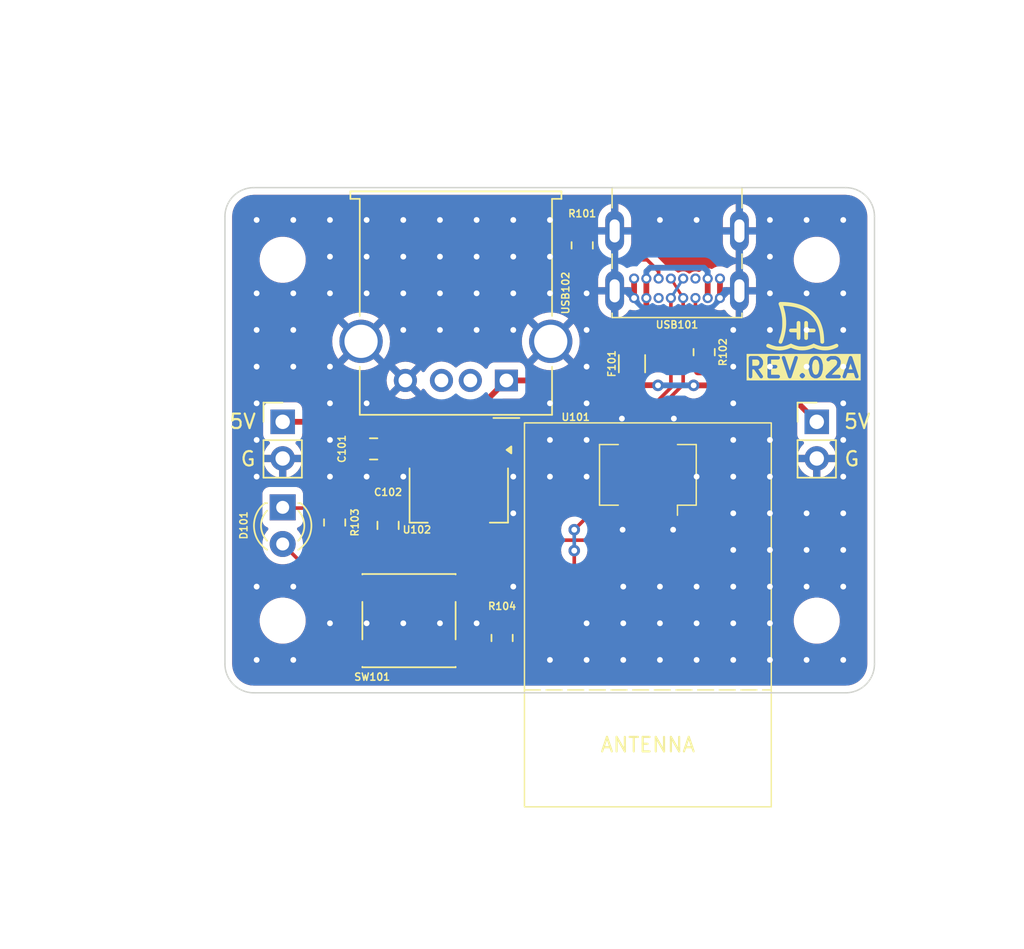
<source format=kicad_pcb>
(kicad_pcb (version 20240108) (generator "pcbnew") (generator_version "8.0")
  (title_block (title "Wiimote-USB-Adapter") (date "2024-11-23") (rev "02A") (company "Embedded Shark, LLC") (comment 1 "Ben Owen"))
  (layers (0 "F.Cu" signal) (31 "B.Cu" signal) (34 "B.Paste" user) (35 "F.Paste" user) (36 "B.SilkS" user "B.Silkscreen") (37 "F.SilkS" user "F.Silkscreen") (38 "B.Mask" user) (39 "F.Mask" user) (44 "Edge.Cuts" user))
  (net 0 "")
  (net 1 "GND")
  (net 2 "+3V3")
  (net 3 "VBUS")
  (net 4 "+5V")
  (net 5 "Net-(D101-K)")
  (net 6 "Net-(USB101-CC2)")
  (net 7 "Net-(USB101-CC1)")
  (net 8 "Net-(U101-SYNC)")
  (net 9 "Net-(U101-DATA1)")
  (net 10 "Net-(U101-DATA2)")
  (footprint "MountingHole:MountingHole_2.7mm_M2.5" (layer "F.Cu") (at 120.5 106)
    (property "Reference" "H103" (hide yes))
    (property "Value" "M2.5")
    (pad "" np_thru_hole circle (at 0 0) (size 2.7 2.7) (drill 2.7) (layers "*.Cu" "*.Mask"))
  )
  (footprint "Resistor_SMD:R_0805_2012Metric_Pad1.20x1.40mm_HandSolder" (layer "F.Cu") (at 141.25 80 -90)
    (property "Reference" "R101" (at -2.2 0 0) (layer "F.SilkS") (effects (font (size 0.5 0.5) (thickness 0.1))))
    (property "Value" "5.1k")
    (fp_line (start -0.227064 0.735) (end 0.227064 0.735) (stroke (width 0.12)) (layer "F.SilkS"))
    (fp_line (start -0.227064 -0.735) (end 0.227064 -0.735) (stroke (width 0.12)) (layer "F.SilkS"))
    (pad "1" smd roundrect (at -1 0 270) (size 1.2 1.4) (layers "F.Cu" "F.Paste" "F.Mask") (roundrect_rratio 0.208333) (net 1 "GND"))
    (pad "2" smd roundrect (at 1 0 270) (size 1.2 1.4) (layers "F.Cu" "F.Paste" "F.Mask") (roundrect_rratio 0.208333) (net 6 "Net-(USB101-CC2)"))
  )
  (footprint "MountingHole:MountingHole_2.7mm_M2.5" (layer "F.Cu") (at 157.5 81)
    (property "Reference" "H102" (hide yes))
    (property "Value" "M2.5")
    (pad "" np_thru_hole circle (at 0 0) (size 2.7 2.7) (drill 2.7) (layers "*.Cu" "*.Mask"))
  )
  (footprint "Resistor_SMD:R_0805_2012Metric_Pad1.20x1.40mm_HandSolder" (layer "F.Cu") (at 149.7 87.4 -90)
    (property "Reference" "R102" (at 0 -1.3 -90) (layer "F.SilkS") (effects (font (size 0.5 0.5) (thickness 0.1))))
    (property "Value" "5.1k")
    (fp_line (start -0.227064 0.735) (end 0.227064 0.735) (stroke (width 0.12)) (layer "F.SilkS"))
    (fp_line (start -0.227064 -0.735) (end 0.227064 -0.735) (stroke (width 0.12)) (layer "F.SilkS"))
    (pad "1" smd roundrect (at -1 0 270) (size 1.2 1.4) (layers "F.Cu" "F.Paste" "F.Mask") (roundrect_rratio 0.208333) (net 7 "Net-(USB101-CC1)"))
    (pad "2" smd roundrect (at 1 0 270) (size 1.2 1.4) (layers "F.Cu" "F.Paste" "F.Mask") (roundrect_rratio 0.208333) (net 1 "GND"))
  )
  (footprint "MountingHole:MountingHole_2.7mm_M2.5" (layer "F.Cu") (at 120.5 81)
    (property "Reference" "H101" (hide yes))
    (property "Value" "M2.5")
    (pad "" np_thru_hole circle (at 0 0) (size 2.7 2.7) (drill 2.7) (layers "*.Cu" "*.Mask"))
  )
  (footprint "Resistor_SMD:R_0805_2012Metric_Pad1.20x1.40mm_HandSolder" (layer "F.Cu") (at 124.1 99.2 -90)
    (property "Reference" "R103" (at 0 -1.4 90) (layer "F.SilkS") (effects (font (size 0.5 0.5) (thickness 0.1) (bold yes))))
    (property "Value" "220")
    (fp_line (start -0.227064 0.735) (end 0.227064 0.735) (stroke (width 0.12)) (layer "F.SilkS"))
    (fp_line (start -0.227064 -0.735) (end 0.227064 -0.735) (stroke (width 0.12)) (layer "F.SilkS"))
    (pad "1" smd roundrect (at -1 0 270) (size 1.2 1.4) (layers "F.Cu" "F.Paste" "F.Mask") (roundrect_rratio 0.208333) (net 5 "Net-(D101-K)"))
    (pad "2" smd roundrect (at 1 0 270) (size 1.2 1.4) (layers "F.Cu" "F.Paste" "F.Mask") (roundrect_rratio 0.208333) (net 1 "GND"))
  )
  (footprint "MountingHole:MountingHole_2.7mm_M2.5" (layer "F.Cu") (at 157.5 106)
    (property "Reference" "H104" (hide yes))
    (property "Value" "M2.5")
    (pad "" np_thru_hole circle (at 0 0) (size 2.7 2.7) (drill 2.7) (layers "*.Cu" "*.Mask"))
  )
  (footprint "Capacitor_SMD:C_0805_2012Metric_Pad1.18x1.45mm_HandSolder" (layer "F.Cu") (at 126.8 94.1 180)
    (property "Reference" "C101" (at 2.2 0 90) (layer "F.SilkS") (effects (font (size 0.5 0.5) (thickness 0.1))))
    (property "Value" "0.1uF")
    (fp_line (start -0.261252 0.735) (end 0.261252 0.735) (stroke (width 0.12)) (layer "F.SilkS"))
    (fp_line (start -0.261252 -0.735) (end 0.261252 -0.735) (stroke (width 0.12)) (layer "F.SilkS"))
    (pad "1" smd roundrect (at -1.0375 0 180) (size 1.175 1.45) (layers "F.Cu" "F.Paste" "F.Mask") (roundrect_rratio 0.212766) (net 4 "+5V"))
    (pad "2" smd roundrect (at 1.0375 0 180) (size 1.175 1.45) (layers "F.Cu" "F.Paste" "F.Mask") (roundrect_rratio 0.212766) (net 1 "GND"))
  )
  (footprint "Package_TO_SOT_SMD:SOT-223-3_TabPin2" (layer "F.Cu") (at 132.7 97.3 -90)
    (property "Reference" "U102" (at 2.4 2.9 0) (layer "F.SilkS") (effects (font (size 0.5 0.5) (thickness 0.1))))
    (property "Value" "LM1117-3.3")
    (fp_line (start -1.85 3.41) (end 1.91 3.41) (stroke (width 0.12)) (layer "F.SilkS"))
    (fp_line (start 1.91 3.41) (end 1.91 2.15) (stroke (width 0.12)) (layer "F.SilkS"))
    (fp_line (start -1.85 -3.41) (end 1.91 -3.41) (stroke (width 0.12)) (layer "F.SilkS"))
    (fp_line (start 1.91 -3.41) (end 1.91 -2.15) (stroke (width 0.12)) (layer "F.SilkS"))
    (fp_poly (pts (xy -3.13 -3.31) (xy -3.37 -3.64) (xy -2.89 -3.64) (xy -3.13 -3.31)) (stroke (width 0.12)) (fill solid) (layer "F.SilkS"))
    (pad "1" smd roundrect (at -3.15 -2.3 270) (size 2 1.5) (layers "F.Cu" "F.Paste" "F.Mask") (net 1 "GND"))
    (pad "2" smd roundrect (at -3.15 0 270) (size 2 1.5) (layers "F.Cu" "F.Paste" "F.Mask") (net 2 "+3V3"))
    (pad "2" smd roundrect (at 3.15 0 270) (size 2 3.8) (layers "F.Cu" "F.Paste" "F.Mask") (net 2 "+3V3"))
    (pad "3" smd roundrect (at -3.15 2.3 270) (size 2 1.5) (layers "F.Cu" "F.Paste" "F.Mask") (net 4 "+5V"))
  )
  (footprint "Capacitor_SMD:C_0805_2012Metric_Pad1.18x1.45mm_HandSolder" (layer "F.Cu") (at 127.8 99.4 90)
    (property "Reference" "C102" (at 2.3 0 0) (layer "F.SilkS") (effects (font (size 0.5 0.5) (thickness 0.1))))
    (property "Value" "0.1uF")
    (fp_line (start -0.261252 -0.735) (end 0.261252 -0.735) (stroke (width 0.12)) (layer "F.SilkS"))
    (fp_line (start -0.261252 0.735) (end 0.261252 0.735) (stroke (width 0.12)) (layer "F.SilkS"))
    (pad "1" smd roundrect (at -1.0375 0 90) (size 1.175 1.45) (layers "F.Cu" "F.Paste" "F.Mask") (roundrect_rratio 0.212766) (net 2 "+3V3"))
    (pad "2" smd roundrect (at 1.0375 0 90) (size 1.175 1.45) (layers "F.Cu" "F.Paste" "F.Mask") (roundrect_rratio 0.212766) (net 1 "GND"))
  )
  (footprint "Connector_PinHeader_2.54mm:PinHeader_1x02_P2.54mm_Vertical" (layer "F.Cu") (at 157.5 92.225)
    (property "Reference" "J102" (hide yes))
    (property "Value" "LED_Right")
    (fp_line (start -1.33 -1.33) (end 0 -1.33) (stroke (width 0.12)) (layer "F.SilkS"))
    (fp_line (start -1.33 0) (end -1.33 -1.33) (stroke (width 0.12)) (layer "F.SilkS"))
    (fp_line (start -1.33 1.27) (end -1.33 3.87) (stroke (width 0.12)) (layer "F.SilkS"))
    (fp_line (start -1.33 1.27) (end 1.33 1.27) (stroke (width 0.12)) (layer "F.SilkS"))
    (fp_line (start -1.33 3.87) (end 1.33 3.87) (stroke (width 0.12)) (layer "F.SilkS"))
    (fp_line (start 1.33 1.27) (end 1.33 3.87) (stroke (width 0.12)) (layer "F.SilkS"))
    (pad "1" thru_hole rect (at 0 0) (size 1.7 1.7) (drill 1) (layers "*.Cu" "*.Mask") (net 4 "+5V"))
    (pad "2" thru_hole oval (at 0 2.54) (size 1.7 1.7) (drill 1) (layers "*.Cu" "*.Mask") (net 1 "GND"))
  )
  (footprint "Connector_USB:USB_A_Molex_67643_Horizontal" (layer "F.Cu") (at 136 89.36 180)
    (property "Reference" "USB102" (at -4.1 6.06 90) (layer "F.SilkS") (effects (font (size 0.5 0.5) (thickness 0.1))))
    (property "Value" "USB_A")
    (fp_line (start 10.81 13.1) (end 10.81 12.58) (stroke (width 0.12)) (layer "F.SilkS"))
    (fp_line (start 10.81 12.58) (end 10.16 12.58) (stroke (width 0.12)) (layer "F.SilkS"))
    (fp_line (start 10.16 4.47) (end 10.16 12.58) (stroke (width 0.12)) (layer "F.SilkS"))
    (fp_line (start 10.16 -2.38) (end 10.16 0.95) (stroke (width 0.12)) (layer "F.SilkS"))
    (fp_line (start -0.9 -2.6) (end 0.9 -2.6) (stroke (width 0.12)) (layer "F.SilkS"))
    (fp_line (start -3.16 12.58) (end -3.16 4.47) (stroke (width 0.12)) (layer "F.SilkS"))
    (fp_line (start -3.16 12.58) (end -3.81 12.58) (stroke (width 0.12)) (layer "F.SilkS"))
    (fp_line (start -3.16 -2.38) (end 10.16 -2.38) (stroke (width 0.12)) (layer "F.SilkS"))
    (fp_line (start -3.16 -2.38) (end -3.16 0.95) (stroke (width 0.12)) (layer "F.SilkS"))
    (fp_line (start -3.81 13.1) (end 10.81 13.1) (stroke (width 0.12)) (layer "F.SilkS"))
    (fp_line (start -3.81 12.58) (end -3.81 13.1) (stroke (width 0.12)) (layer "F.SilkS"))
    (pad "1" thru_hole rect (at 0 0 180) (size 1.6 1.5) (drill 0.95) (layers "*.Cu" "*.Mask") (net 4 "+5V"))
    (pad "2" thru_hole circle (at 2.5 0 180) (size 1.6 1.6) (drill 0.95) (layers "*.Cu" "*.Mask"))
    (pad "3" thru_hole circle (at 4.5 0 180) (size 1.6 1.6) (drill 0.95) (layers "*.Cu" "*.Mask"))
    (pad "4" thru_hole circle (at 7 0 180) (size 1.6 1.6) (drill 0.95) (layers "*.Cu" "*.Mask") (net 1 "GND"))
    (pad "5" thru_hole circle (at -3.07 2.71 180) (size 3 3) (drill 2.3) (layers "*.Cu" "*.Mask") (net 1 "GND"))
    (pad "5" thru_hole circle (at 10.07 2.71 180) (size 3 3) (drill 2.3) (layers "*.Cu" "*.Mask") (net 1 "GND"))
  )
  (footprint "Fuse:Fuse_1206_3216Metric_Pad1.42x1.75mm_HandSolder" (layer "F.Cu") (at 144.7 88.2 -90)
    (property "Reference" "F101" (at 0 1.4 -90) (layer "F.SilkS") (effects (font (size 0.5 0.5) (thickness 0.1) (bold yes))))
    (property "Value" "500mA")
    (fp_line (start -0.602064 0.91) (end 0.602064 0.91) (stroke (width 0.12)) (layer "F.SilkS"))
    (fp_line (start -0.602064 -0.91) (end 0.602064 -0.91) (stroke (width 0.12)) (layer "F.SilkS"))
    (pad "1" smd roundrect (at -1.4875 0 270) (size 1.425 1.75) (layers "F.Cu" "F.Paste" "F.Mask") (roundrect_rratio 0.175439) (net 3 "VBUS"))
    (pad "2" smd roundrect (at 1.4875 0 270) (size 1.425 1.75) (layers "F.Cu" "F.Paste" "F.Mask") (roundrect_rratio 0.175439) (net 4 "+5V"))
  )
  (footprint "Logos:Embedded-Shark-Logo-Inverted-5mm" (layer "F.Cu") (at 156.5 85.5)
    (property "Reference" "G***" (hide yes))
    (property "Value" "LOGO" (hide yes))
    (fp_poly (pts (xy 0.305996 -0.254212) (xy 0.338901 -0.239257) (xy 0.355254 -0.226589) (xy 0.368078 -0.213156) (xy 0.377799 -0.196744) (xy 0.384843 -0.175135) (xy 0.389634 -0.146115) (xy 0.3926 -0.107468) (xy 0.394165 -0.056977) (xy 0.394755 0.007572) (xy 0.394818 0.051775) (xy 0.394818 0.263212) (xy 0.606256 0.263212) (xy 0.679864 0.263436) (xy 0.738143 0.26439) (xy 0.783309 0.2665) (xy 0.817577 0.270193) (xy 0.843164 0.275893) (xy 0.862284 0.284027) (xy 0.877154 0.29502) (xy 0.88999 0.309298) (xy 0.897288 0.31913) (xy 0.910743 0.345095) (xy 0.916371 0.377406) (xy 0.916856 0.394819) (xy 0.913976 0.432036) (xy 0.904073 0.459798) (xy 0.897288 0.470507) (xy 0.88462 0.486861) (xy 0.871187 0.499685) (xy 0.854774 0.509406) (xy 0.833166 0.516449) (xy 0.804146 0.521241) (xy 0.765498 0.524206) (xy 0.715008 0.525771) (xy 0.650459 0.526361) (xy 0.606256 0.526425) (xy 0.394818 0.526425) (xy 0.394818 0.737862) (xy 0.39459 0.811517) (xy 0.393628 0.869836) (xy 0.391515 0.915026) (xy 0.387833 0.949298) (xy 0.382164 0.974858) (xy 0.374093 0.993917) (xy 0.3632 1.008681) (xy 0.34907 1.021359) (xy 0.339973 1.028097) (xy 0.304195 1.044446) (xy 0.261952 1.050428) (xy 0.221018 1.045435) (xy 0.20371 1.038755) (xy 0.178313 1.020934) (xy 0.156275 0.997911) (xy 0.155455 0.996783) (xy 0.135993 0.969499) (xy 0.133611 0.405315) (xy 0.133108 0.28782) (xy 0.132735 0.186576) (xy 0.132601 0.100288) (xy 0.132814 0.02766) (xy 0.133483 -0.032605) (xy 0.134715 -0.081802) (xy 0.13662 -0.121227) (xy 0.139305 -0.152177) (xy 0.14288 -0.175947) (xy 0.147452 -0.193833) (xy 0.15313 -0.207131) (xy 0.160022 -0.217137) (xy 0.168237 -0.225148) (xy 0.177882 -0.232458) (xy 0.187523 -0.239257) (xy 0.222452 -0.254752) (xy 0.264315 -0.259737)) (fill solid) (layer "F.SilkS"))
    (fp_poly (pts (xy -0.220429 -0.254212) (xy -0.187524 -0.239257) (xy -0.176566 -0.231496) (xy -0.167141 -0.224119) (xy -0.159133 -0.21582) (xy -0.152427 -0.20529) (xy -0.146908 -0.191221) (xy -0.14246 -0.172305) (xy -0.138968 -0.147234) (xy -0.136317 -0.1147) (xy -0.134391 -0.073395) (xy -0.133074 -0.022011) (xy -0.132253 0.040761) (xy -0.13181 0.116228) (xy -0.131631 0.205698) (xy -0.131601 0.310479) (xy -0.131607 0.394819) (xy -0.131603 0.511263) (xy -0.131669 0.611466) (xy -0.131916 0.696736) (xy -0.132458 0.768379) (xy -0.133409 0.827702) (xy -0.134881 0.876011) (xy -0.136987 0.914615) (xy -0.139842 0.944819) (xy -0.143557 0.967931) (xy -0.148246 0.985258) (xy -0.154023 0.998105) (xy -0.161001 1.007781) (xy -0.169292 1.015592) (xy -0.17901 1.022845) (xy -0.186452 1.028097) (xy -0.22223 1.044446) (xy -0.264473 1.050428) (xy -0.305407 1.045435) (xy -0.322715 1.038755) (xy -0.348112 1.020934) (xy -0.37015 0.997911) (xy -0.37097 0.996783) (xy -0.376966 0.987664) (xy -0.381623 0.977667) (xy -0.385143 0.964516) (xy -0.387729 0.945933) (xy -0.389581 0.919643) (xy -0.390903 0.883369) (xy -0.391896 0.834834) (xy -0.392762 0.771763) (xy -0.393048 0.747962) (xy -0.395663 0.526425) (xy -0.606678 0.526425) (xy -0.680223 0.5262) (xy -0.738442 0.525242) (xy -0.783551 0.523123) (xy -0.817771 0.519417) (xy -0.843319 0.513697) (xy -0.862413 0.505535) (xy -0.877271 0.494506) (xy -0.890113 0.480182) (xy -0.897289 0.470507) (xy -0.912783 0.435579) (xy -0.917768 0.393715) (xy -0.912243 0.352035) (xy -0.897289 0.31913) (xy -0.88462 0.302777) (xy -0.871188 0.289952) (xy -0.854775 0.280231) (xy -0.833167 0.273188) (xy -0.804146 0.268396) (xy -0.765499 0.265431) (xy -0.715009 0.263866) (xy -0.650459 0.263276) (xy -0.606256 0.263212) (xy -0.394819 0.263212) (xy -0.394819 0.051775) (xy -0.394596 -0.021833) (xy -0.393642 -0.080113) (xy -0.391531 -0.125278) (xy -0.387839 -0.159547) (xy -0.382138 -0.185133) (xy -0.374004 -0.204254) (xy -0.363011 -0.219124) (xy -0.348733 -0.231959) (xy -0.338901 -0.239257) (xy -0.303973 -0.254752) (xy -0.262109 -0.259737)) (fill solid) (layer "F.SilkS"))
    (fp_poly (pts (xy 0.890441 1.34765) (xy 1.000433 1.395077) (xy 1.118361 1.437299) (xy 1.235947 1.471485) (xy 1.289741 1.484188) (xy 1.322916 1.490928) (xy 1.353847 1.495978) (xy 1.38594 1.499575) (xy 1.4226 1.501951) (xy 1.467235 1.503342) (xy 1.52325 1.503981) (xy 1.579274 1.504109) (xy 1.646962 1.503907) (xy 1.700493 1.503146) (xy 1.743259 1.501593) (xy 1.778646 1.499015) (xy 1.810045 1.495178) (xy 1.840844 1.48985) (xy 1.867752 1.484264) (xy 2.006202 1.448518) (xy 2.142374 1.401601) (xy 2.234606 1.363298) (xy 2.287545 1.340839) (xy 2.328317 1.326175) (xy 2.360183 1.318746) (xy 2.386409 1.317992) (xy 2.410257 1.323355) (xy 2.426981 1.330304) (xy 2.463133 1.356065) (xy 2.48687 1.390792) (xy 2.498006 1.430866) (xy 2.496354 1.472667) (xy 2.481728 1.512577) (xy 2.453941 1.546977) (xy 2.438755 1.558611) (xy 2.409551 1.575211) (xy 2.367336 1.595587) (xy 2.315828 1.618208) (xy 2.258743 1.641546) (xy 2.199795 1.664068) (xy 2.142703 1.684246) (xy 2.101481 1.697485) (xy 1.928179 1.741051) (xy 1.753739 1.767215) (xy 1.578919 1.77602) (xy 1.404473 1.767509) (xy 1.231156 1.741724) (xy 1.059724 1.698709) (xy 0.890933 1.638507) (xy 0.863681 1.62705) (xy 0.791918 1.596228) (xy 0.69646 1.635298) (xy 0.524901 1.696449) (xy 0.351754 1.740297) (xy 0.177668 1.766846) (xy 0.003292 1.776099) (xy -0.170725 1.768061) (xy -0.343734 1.742735) (xy -0.515087 1.700125) (xy -0.684135 1.640234) (xy -0.715594 1.62705) (xy -0.787356 1.596228) (xy -0.882815 1.635298) (xy -1.049565 1.695202) (xy -1.217356 1.738475) (xy -1.38943 1.765897) (xy -1.451993 1.771953) (xy -1.504856 1.77604) (xy -1.546824 1.778526) (xy -1.583363 1.779395) (xy -1.619938 1.778631) (xy -1.662017 1.776221) (xy -1.715066 1.772149) (xy -1.72675 1.771193) (xy -1.859296 1.754151) (xy -1.998297 1.724869) (xy -2.138999 1.684605) (xy -2.276647 1.63462) (xy -2.333906 1.610366) (xy -2.385475 1.58674) (xy -2.423295 1.567246) (xy -2.450102 1.550005) (xy -2.468632 1.533136) (xy -2.481621 1.514761) (xy -2.486276 1.505738) (xy -2.499094 1.460645) (xy -2.496293 1.416838) (xy -2.479608 1.377463) (xy -2.450777 1.345668) (xy -2.411533 1.3246) (xy -2.382924 1.318326) (xy -2.364845 1.317679) (xy -2.344994 1.320559) (xy -2.319935 1.328003) (xy -2.286233 1.341043) (xy -2.240454 1.360716) (xy -2.236765 1.362343) (xy -2.103653 1.416121) (xy -1.97387 1.457915) (xy -1.867752 1.484264) (xy -1.834947 1.490976) (xy -1.804294 1.496006) (xy -1.772404 1.499588) (xy -1.735888 1.501956) (xy -1.691358 1.503342) (xy -1.635425 1.50398) (xy -1.579275 1.504109) (xy -1.511551 1.503906) (xy -1.457965 1.503142) (xy -1.415111 1.501582) (xy -1.379583 1.498991) (xy -1.347974 1.495136) (xy -1.316878 1.489782) (xy -1.289741 1.484188) (xy -1.175254 1.454856) (xy -1.056457 1.416131) (xy -0.94163 1.370845) (xy -0.890442 1.34765) (xy -0.789638 1.299734) (xy -0.688833 1.34765) (xy -0.578842 1.395077) (xy -0.460913 1.437299) (xy -0.343328 1.471485) (xy -0.289534 1.484188) (xy -0.256358 1.490928) (xy -0.225427 1.495978) (xy -0.193335 1.499575) (xy -0.156674 1.501951) (xy -0.11204 1.503342) (xy -0.056024 1.503981) (xy 0 1.504109) (xy 0.067724 1.503906) (xy 0.12131 1.503142) (xy 0.164164 1.501582) (xy 0.199692 1.498991) (xy 0.231301 1.495136) (xy 0.262397 1.489782) (xy 0.289533 1.484188) (xy 0.40402 1.454856) (xy 0.522817 1.416131) (xy 0.637645 1.370845) (xy 0.688833 1.34765) (xy 0.789637 1.299734)) (fill solid) (layer "F.SilkS"))
    (fp_poly (pts (xy -1.207644 -1.573689) (xy -0.993924 -1.558088) (xy -0.782807 -1.532775) (xy -0.576776 -1.498188) (xy -0.378313 -1.454768) (xy -0.189899 -1.402953) (xy -0.014017 -1.343183) (xy 0.047403 -1.319134) (xy 0.235302 -1.233971) (xy 0.410683 -1.136568) (xy 0.573457 -1.027067) (xy 0.723535 -0.905611) (xy 0.860832 -0.772345) (xy 0.985258 -0.627412) (xy 1.096725 -0.470954) (xy 1.195147 -0.303116) (xy 1.280435 -0.124041) (xy 1.352501 0.066128) (xy 1.411258 0.267247) (xy 1.456618 0.479172) (xy 1.488493 0.701762) (xy 1.506795 0.934871) (xy 1.511112 1.07184) (xy 1.511842 1.127898) (xy 1.511903 1.169237) (xy 1.511046 1.198683) (xy 1.509018 1.219057) (xy 1.505569 1.233185) (xy 1.500448 1.243891) (xy 1.495117 1.251701) (xy 1.458608 1.288902) (xy 1.417461 1.310115) (xy 1.37422 1.315334) (xy 1.331431 1.304554) (xy 1.29164 1.277769) (xy 1.268909 1.252205) (xy 1.262744 1.242513) (xy 1.257982 1.230552) (xy 1.254329 1.213789) (xy 1.251486 1.189689) (xy 1.249158 1.15572) (xy 1.247048 1.109348) (xy 1.24486 1.048039) (xy 1.244793 1.046022) (xy 1.232763 0.833935) (xy 1.211081 0.635314) (xy 1.179444 0.448773) (xy 1.137545 0.272929) (xy 1.085081 0.106396) (xy 1.021747 -0.052211) (xy 0.986768 -0.127219) (xy 0.91117 -0.268332) (xy 0.82792 -0.396758) (xy 0.733941 -0.516751) (xy 0.626155 -0.632567) (xy 0.608533 -0.649913) (xy 0.479195 -0.764706) (xy 0.338344 -0.868237) (xy 0.185568 -0.960686) (xy 0.020458 -1.042231) (xy -0.157395 -1.113053) (xy -0.348402 -1.173332) (xy -0.552972 -1.223247) (xy -0.771514 -1.262978) (xy -0.798411 -1.267027) (xy -0.858301 -1.275182) (xy -0.922446 -1.282741) (xy -0.988558 -1.289554) (xy -1.054347 -1.295466) (xy -1.117526 -1.300326) (xy -1.175805 -1.303981) (xy -1.226895 -1.306277) (xy -1.268508 -1.307064) (xy -1.298355 -1.306188) (xy -1.314147 -1.303496) (xy -1.316063 -1.301542) (xy -1.31351 -1.291389) (xy -1.306572 -1.268089) (xy -1.296325 -1.235172) (xy -1.284586 -1.198451) (xy -1.266255 -1.137986) (xy -1.24629 -1.065759) (xy -1.225986 -0.987024) (xy -1.20664 -0.907037) (xy -1.189546 -0.831052) (xy -1.175999 -0.764323) (xy -1.171707 -0.74049) (xy -1.137956 -0.498796) (xy -1.120475 -0.261857) (xy -1.119331 -0.027692) (xy -1.134588 0.205675) (xy -1.166312 0.440225) (xy -1.21457 0.677935) (xy -1.21958 0.698946) (xy -1.238177 0.7721) (xy -1.259129 0.847793) (xy -1.281666 0.923768) (xy -1.305015 0.99777) (xy -1.328403 1.067542) (xy -1.351058 1.130826) (xy -1.372208 1.185367) (xy -1.39108 1.228908) (xy -1.406903 1.259193) (xy -1.41531 1.270834) (xy -1.452337 1.299604) (xy -1.494349 1.314251) (xy -1.537382 1.314068) (xy -1.575666 1.299471) (xy -1.613503 1.270018) (xy -1.636079 1.236056) (xy -1.643917 1.195685) (xy -1.637538 1.147008) (xy -1.62699 1.112706) (xy -1.57585 0.965696) (xy -1.532424 0.830843) (xy -1.49591 0.704962) (xy -1.465502 0.584871) (xy -1.440397 0.467383) (xy -1.419789 0.349317) (xy -1.402875 0.227486) (xy -1.402415 0.223731) (xy -1.398332 0.178543) (xy -1.395109 0.119166) (xy -1.392745 0.048937) (xy -1.39124 -0.028806) (xy -1.390594 -0.110727) (xy -1.390807 -0.193487) (xy -1.39188 -0.27375) (xy -1.393812 -0.348178) (xy -1.396603 -0.413434) (xy -1.400253 -0.466181) (xy -1.402415 -0.486943) (xy -1.441235 -0.732835) (xy -1.497358 -0.976462) (xy -1.570606 -1.217098) (xy -1.602518 -1.306592) (xy -1.618892 -1.351923) (xy -1.632779 -1.392662) (xy -1.643089 -1.42543) (xy -1.648733 -1.446848) (xy -1.649465 -1.452173) (xy -1.642989 -1.481144) (xy -1.626338 -1.513654) (xy -1.603679 -1.543131) (xy -1.579193 -1.562996) (xy -1.564307 -1.569607) (xy -1.546294 -1.574184) (xy -1.521821 -1.57707) (xy -1.487554 -1.578604) (xy -1.440159 -1.579129) (xy -1.421484 -1.579139)) (fill solid) (layer "F.SilkS"))
  )
  (footprint "Button_Switch_SMD:SW_SPST_PTS645" (layer "F.Cu") (at 129.25 106)
    (property "Reference" "SW101" (at -2.55 3.9 0) (layer "F.SilkS") (effects (font (size 0.5 0.5) (thickness 0.1))))
    (property "Value" "SYNC")
    (fp_line (start -3.23 -3.23) (end 3.23 -3.23) (stroke (width 0.12)) (layer "F.SilkS"))
    (fp_line (start -3.23 -3.2) (end -3.23 -3.23) (stroke (width 0.12)) (layer "F.SilkS"))
    (fp_line (start -3.23 -1.3) (end -3.23 1.3) (stroke (width 0.12)) (layer "F.SilkS"))
    (fp_line (start -3.23 3.23) (end -3.23 3.2) (stroke (width 0.12)) (layer "F.SilkS"))
    (fp_line (start -3.23 3.23) (end 3.23 3.23) (stroke (width 0.12)) (layer "F.SilkS"))
    (fp_line (start 3.23 -3.23) (end 3.23 -3.2) (stroke (width 0.12)) (layer "F.SilkS"))
    (fp_line (start 3.23 -1.3) (end 3.23 1.3) (stroke (width 0.12)) (layer "F.SilkS"))
    (fp_line (start 3.23 3.23) (end 3.23 3.2) (stroke (width 0.12)) (layer "F.SilkS"))
    (pad "1" smd rect (at -3.98 -2.25) (size 1.55 1.3) (layers "F.Cu" "F.Paste" "F.Mask") (net 2 "+3V3"))
    (pad "1" smd rect (at 3.98 -2.25) (size 1.55 1.3) (layers "F.Cu" "F.Paste" "F.Mask") (net 2 "+3V3"))
    (pad "2" smd rect (at -3.98 2.25) (size 1.55 1.3) (layers "F.Cu" "F.Paste" "F.Mask") (net 8 "Net-(U101-SYNC)"))
    (pad "2" smd rect (at 3.98 2.25) (size 1.55 1.3) (layers "F.Cu" "F.Paste" "F.Mask") (net 8 "Net-(U101-SYNC)"))
  )
  (footprint "Resistor_SMD:R_0805_2012Metric_Pad1.20x1.40mm_HandSolder" (layer "F.Cu") (at 135.7 107.2 90)
    (property "Reference" "R104" (at 2.2 0 0) (layer "F.SilkS") (effects (font (size 0.5 0.5) (thickness 0.1))))
    (property "Value" "10k")
    (fp_line (start -0.227064 -0.735) (end 0.227064 -0.735) (stroke (width 0.12)) (layer "F.SilkS"))
    (fp_line (start -0.227064 0.735) (end 0.227064 0.735) (stroke (width 0.12)) (layer "F.SilkS"))
    (pad "1" smd roundrect (at -1 0 90) (size 1.2 1.4) (layers "F.Cu" "F.Paste" "F.Mask") (roundrect_rratio 0.208333) (net 8 "Net-(U101-SYNC)"))
    (pad "2" smd roundrect (at 1 0 90) (size 1.2 1.4) (layers "F.Cu" "F.Paste" "F.Mask") (roundrect_rratio 0.208333) (net 1 "GND"))
  )
  (footprint "Connector_PinHeader_2.54mm:PinHeader_1x02_P2.54mm_Vertical" (layer "F.Cu") (at 120.5 92.225)
    (property "Reference" "J101" (hide yes))
    (property "Value" "LED_Left")
    (fp_line (start -1.33 -1.33) (end 0 -1.33) (stroke (width 0.12)) (layer "F.SilkS"))
    (fp_line (start -1.33 0) (end -1.33 -1.33) (stroke (width 0.12)) (layer "F.SilkS"))
    (fp_line (start -1.33 1.27) (end -1.33 3.87) (stroke (width 0.12)) (layer "F.SilkS"))
    (fp_line (start -1.33 1.27) (end 1.33 1.27) (stroke (width 0.12)) (layer "F.SilkS"))
    (fp_line (start -1.33 3.87) (end 1.33 3.87) (stroke (width 0.12)) (layer "F.SilkS"))
    (fp_line (start 1.33 1.27) (end 1.33 3.87) (stroke (width 0.12)) (layer "F.SilkS"))
    (pad "1" thru_hole rect (at 0 0) (size 1.7 1.7) (drill 1) (layers "*.Cu" "*.Mask") (net 4 "+5V"))
    (pad "2" thru_hole oval (at 0 2.54) (size 1.7 1.7) (drill 1) (layers "*.Cu" "*.Mask") (net 1 "GND"))
  )
  (footprint "LED_THT:LED_D3.0mm" (layer "F.Cu") (at 120.5 98.15 -90)
    (property "Reference" "D101" (at 1.25 2.7 90) (layer "F.SilkS") (effects (font (size 0.5 0.5) (thickness 0.1) (bold yes))))
    (property "Value" "PWR_GOOD")
    (fp_line (start -0.29 1.08) (end -0.29 1.236) (stroke (width 0.12)) (layer "F.SilkS"))
    (fp_line (start -0.29 -1.236) (end -0.29 -1.08) (stroke (width 0.12)) (layer "F.SilkS"))
    (fp_arc (start 2.31113 1.079837) (mid 1.270117 1.5) (end 0.229039 1.08) (stroke (width 0.12)) (layer "F.SilkS"))
    (fp_arc (start 2.942335 1.078608) (mid 1.366487 1.987659) (end -0.29 1.235516) (stroke (width 0.12)) (layer "F.SilkS"))
    (fp_arc (start 0.229039 -1.08) (mid 1.270117 -1.5) (end 2.31113 -1.079837) (stroke (width 0.12)) (layer "F.SilkS"))
    (fp_arc (start -0.29 -1.235516) (mid 1.366487 -1.987659) (end 2.942335 -1.078608) (stroke (width 0.12)) (layer "F.SilkS"))
    (pad "1" thru_hole rect (at 0 0 270) (size 1.8 1.8) (drill 0.9) (layers "*.Cu" "*.Mask") (net 5 "Net-(D101-K)"))
    (pad "2" thru_hole circle (at 2.54 0 270) (size 1.8 1.8) (drill 0.9) (layers "*.Cu" "*.Mask") (net 2 "+3V3"))
  )
  (footprint "Foxconn:J27H002" (layer "F.Cu") (at 144.05 93.6)
    (property "Reference" "U101" (at -3.25 -1.7 0) (layer "F.SilkS") (effects (font (size 0.5 0.5) (thickness 0.1))))
    (property "Value" "J27H002")
    (fp_line (start -6.8 17.2) (end 10.3 17.2) (stroke (width 0.1) (type dash)) (layer "F.SilkS"))
    (fp_line (start -1.6 0.2) (end -1.6 4.4) (stroke (width 0.1)) (layer "F.SilkS"))
    (fp_line (start -1.6 4.4) (end -0.3 4.4) (stroke (width 0.1)) (layer "F.SilkS"))
    (fp_line (start -0.3 0.2) (end -1.6 0.2) (stroke (width 0.1)) (layer "F.SilkS"))
    (fp_line (start 3.8 4.4) (end 3.8 5.1) (stroke (width 0.1)) (layer "F.SilkS"))
    (fp_line (start 3.8 4.4) (end 5.1 4.4) (stroke (width 0.1)) (layer "F.SilkS"))
    (fp_line (start 5.1 0.2) (end 3.8 0.2) (stroke (width 0.1)) (layer "F.SilkS"))
    (fp_line (start 5.1 4.4) (end 5.1 0.2) (stroke (width 0.1)) (layer "F.SilkS"))
    (fp_rect (start -6.8 -1.3) (end 10.3 25.3) (stroke (width 0.1)) (fill none) (layer "F.SilkS"))
    (fp_text user "ANTENNA" (at 1.75 21 0) (layer "F.SilkS"))
    (pad "1" smd rect (at 3.5 4.6) (size 0.3 1.2) (layers "F.Cu" "F.Paste" "F.Mask") (net 1 "GND"))
    (pad "2" smd rect (at 3 4.6) (size 0.3 1.2) (layers "F.Cu" "F.Paste" "F.Mask"))
    (pad "3" smd rect (at 2.5 4.6) (size 0.3 1.2) (layers "F.Cu" "F.Paste" "F.Mask"))
    (pad "4" smd rect (at 2 4.6) (size 0.3 1.2) (layers "F.Cu" "F.Paste" "F.Mask"))
    (pad "5" smd rect (at 1.5 4.6) (size 0.3 1.2) (layers "F.Cu" "F.Paste" "F.Mask"))
    (pad "6" smd rect (at 1 4.6) (size 0.3 1.2) (layers "F.Cu" "F.Paste" "F.Mask") (net 2 "+3V3"))
    (pad "7" smd rect (at 0.5 4.6) (size 0.3 1.2) (layers "F.Cu" "F.Paste" "F.Mask") (net 2 "+3V3"))
    (pad "8" smd rect (at 0 4.6) (size 0.3 1.2) (layers "F.Cu" "F.Paste" "F.Mask") (net 1 "GND"))
    (pad "9" smd rect (at 0 0) (size 0.3 1.2) (layers "F.Cu" "F.Paste" "F.Mask") (net 1 "GND"))
    (pad "10" smd rect (at 0.5 0) (size 0.3 1.2) (layers "F.Cu" "F.Paste" "F.Mask") (net 9 "Net-(U101-DATA1)"))
    (pad "11" smd rect (at 1 0) (size 0.3 1.2) (layers "F.Cu" "F.Paste" "F.Mask") (net 10 "Net-(U101-DATA2)"))
    (pad "12" smd rect (at 1.5 0) (size 0.3 1.2) (layers "F.Cu" "F.Paste" "F.Mask") (net 8 "Net-(U101-SYNC)"))
    (pad "13" smd rect (at 2 0) (size 0.3 1.2) (layers "F.Cu" "F.Paste" "F.Mask") (net 2 "+3V3"))
    (pad "14" smd rect (at 2.5 0) (size 0.3 1.2) (layers "F.Cu" "F.Paste" "F.Mask"))
    (pad "15" smd rect (at 3 0) (size 0.3 1.2) (layers "F.Cu" "F.Paste" "F.Mask"))
    (pad "16" smd rect (at 3.5 0) (size 0.3 1.2) (layers "F.Cu" "F.Paste" "F.Mask") (net 1 "GND"))
    (zone (net 0) (net_name "") (layers "*.Cu") (name "Antenna") (connect_pads (clearance 0)) (min_thickness 0.25)
      (keepout (tracks not_allowed) (vias not_allowed) (pads not_allowed) (copperpour not_allowed) (footprints not_allowed))
      (fill (thermal_gap 0.5) (thermal_bridge_width 0.5))
      (polygon (pts (xy 137.25 110.8) (xy 154.35 110.8) (xy 154.35 118.9) (xy 137.25 118.9)))
    )
  )
  (footprint "Amphenol:GSB1C211110DS1HR" (layer "F.Cu") (at 147.82 79 180)
    (property "Reference" "USB101" (at 0 -6.5 0) (layer "F.SilkS") (effects (font (size 0.5 0.5) (thickness 0.1) (bold yes))))
    (property "Value" "USB_C_Receptacle_USB2.0")
    (fp_line (start 4.5 3) (end 4.5 1.6) (stroke (width 0.1)) (layer "F.SilkS"))
    (fp_line (start 4.5 -2.6) (end 4.5 -1.6) (stroke (width 0.1)) (layer "F.SilkS"))
    (fp_line (start 4.5 -6) (end 4.5 -5.7) (stroke (width 0.1)) (layer "F.SilkS"))
    (fp_line (start -4.5 3) (end 4.5 3) (stroke (width 0.1)) (layer "F.SilkS"))
    (fp_line (start -4.5 1.6) (end -4.5 3) (stroke (width 0.1)) (layer "F.SilkS"))
    (fp_line (start -4.5 -2.6) (end -4.5 -1.6) (stroke (width 0.1)) (layer "F.SilkS"))
    (fp_line (start -4.5 -6) (end 4.5 -6) (stroke (width 0.1)) (layer "F.SilkS"))
    (fp_line (start -4.5 -6) (end -4.5 -5.7) (stroke (width 0.1)) (layer "F.SilkS"))
    (pad "A1" thru_hole circle (at -2.975 -4.65 180) (size 0.7 0.7) (drill 0.4) (layers "*.Cu" "*.Mask") (net 1 "GND") (clearance 0.15))
    (pad "A4" thru_hole circle (at -2.125 -4.65 180) (size 0.7 0.7) (drill 0.4) (layers "*.Cu" "*.Mask") (net 3 "VBUS") (clearance 0.15))
    (pad "A5" thru_hole circle (at -1.275 -4.65 180) (size 0.7 0.7) (drill 0.4) (layers "*.Cu" "*.Mask") (net 7 "Net-(USB101-CC1)") (clearance 0.15))
    (pad "A6" thru_hole circle (at -0.425 -4.65 180) (size 0.7 0.7) (drill 0.4) (layers "*.Cu" "*.Mask") (net 10 "Net-(U101-DATA2)") (clearance 0.15))
    (pad "A7" thru_hole circle (at 0.425 -4.65 180) (size 0.7 0.7) (drill 0.4) (layers "*.Cu" "*.Mask") (net 9 "Net-(U101-DATA1)") (clearance 0.15))
    (pad "A8" thru_hole circle (at 1.275 -4.65 180) (size 0.7 0.7) (drill 0.4) (layers "*.Cu" "*.Mask") (clearance 0.15))
    (pad "A9" thru_hole circle (at 2.125 -4.65 180) (size 0.7 0.7) (drill 0.4) (layers "*.Cu" "*.Mask") (net 3 "VBUS") (clearance 0.15))
    (pad "A12" thru_hole circle (at 2.975 -4.65 180) (size 0.7 0.7) (drill 0.4) (layers "*.Cu" "*.Mask") (net 1 "GND") (clearance 0.15))
    (pad "B1" thru_hole circle (at 2.975 -3.3 180) (size 0.7 0.7) (drill 0.4) (layers "*.Cu" "*.Mask") (net 1 "GND") (clearance 0.15))
    (pad "B4" thru_hole circle (at 2.125 -3.3 180) (size 0.7 0.7) (drill 0.4) (layers "*.Cu" "*.Mask") (net 3 "VBUS") (clearance 0.15))
    (pad "B5" thru_hole circle (at 1.275 -3.3 180) (size 0.7 0.7) (drill 0.4) (layers "*.Cu" "*.Mask") (net 6 "Net-(USB101-CC2)") (clearance 0.15))
    (pad "B6" thru_hole circle (at 0.425 -3.3 180) (size 0.7 0.7) (drill 0.4) (layers "*.Cu" "*.Mask") (net 10 "Net-(U101-DATA2)") (clearance 0.15))
    (pad "B7" thru_hole circle (at -0.425 -3.3 180) (size 0.7 0.7) (drill 0.4) (layers "*.Cu" "*.Mask") (net 9 "Net-(U101-DATA1)") (clearance 0.15))
    (pad "B8" thru_hole circle (at -1.275 -3.3 180) (size 0.7 0.7) (drill 0.4) (layers "*.Cu" "*.Mask") (clearance 0.15))
    (pad "B9" thru_hole circle (at -2.125 -3.3 180) (size 0.7 0.7) (drill 0.4) (layers "*.Cu" "*.Mask") (net 3 "VBUS") (clearance 0.15))
    (pad "B12" thru_hole circle (at -2.975 -3.3 180) (size 0.7 0.7) (drill 0.4) (layers "*.Cu" "*.Mask") (net 1 "GND") (clearance 0.15))
    (pad "S1" thru_hole oval (at -4.32 -4.15 180) (size 1.3 2.8) (drill oval 0.7 1.6) (layers "*.Cu" "*.Mask") (net 1 "GND"))
    (pad "S1" thru_hole oval (at -4.32 0 180) (size 1.3 2.8) (drill oval 0.7 1.6) (layers "*.Cu" "*.Mask") (net 1 "GND"))
    (pad "S1" thru_hole oval (at 4.32 -4.15 180) (size 1.3 2.8) (drill oval 0.7 1.6) (layers "*.Cu" "*.Mask") (net 1 "GND"))
    (pad "S1" thru_hole oval (at 4.32 0 180) (size 1.3 2.8) (drill oval 0.7 1.6) (layers "*.Cu" "*.Mask") (net 1 "GND"))
  )
  (gr_line (start 147.4 82.3) (end 148.245 83.65) (stroke (width 0.2)) (layer "F.Cu") (net 10))
  (gr_line (start 147.395 83.65) (end 148.245 82.3) (stroke (width 0.2)) (layer "B.Cu") (net 9))
  (gr_arc (start 118.5 111) (mid 117.085786 110.414214) (end 116.5 109) (stroke (width 0.1)) (layer "Edge.Cuts"))
  (gr_line (start 116.5 109) (end 116.5 78) (stroke (width 0.1)) (layer "Edge.Cuts"))
  (gr_line (start 118.5 76) (end 159.5 76) (stroke (width 0.1)) (layer "Edge.Cuts"))
  (gr_arc (start 159.5 76) (mid 160.914214 76.585786) (end 161.5 78) (stroke (width 0.1)) (layer "Edge.Cuts"))
  (gr_arc (start 116.5 78) (mid 117.085786 76.585786) (end 118.5 76) (stroke (width 0.1)) (layer "Edge.Cuts"))
  (gr_line (start 161.5 78) (end 161.5 109) (stroke (width 0.1)) (layer "Edge.Cuts"))
  (gr_line (start 159.5 111) (end 118.5 111) (stroke (width 0.1)) (layer "Edge.Cuts"))
  (gr_arc (start 161.5 109) (mid 160.914214 110.414214) (end 159.5 111) (stroke (width 0.1)) (layer "Edge.Cuts"))
  (gr_text "G" (at 118.7 94.795 0) (layer "F.SilkS") (effects (font (size 1 1)) (justify right)))
  (gr_text "5V" (at 118.73 92.2 0) (layer "F.SilkS") (effects (font (size 1 1)) (justify right)))
  (gr_text "5V" (at 159.3 92.2 0) (layer "F.SilkS") (effects (font (size 1 1)) (justify left)))
  (gr_text "REV.${REVISION}" (at 156.5 88.5 0) (layer "F.SilkS" knockout) (effects (font (size 1.3 1.3) (thickness 0.25))))
  (gr_text "G" (at 159.33 94.795 0) (layer "F.SilkS") (effects (font (size 1 1)) (justify left)))
  (segment (start 147.55 98.2) (end 147.55 99.7) (width 0.25) (layer "F.Cu") (net 1))
  (segment (start 147.55 92.05) (end 147.6 92) (width 0.25) (layer "F.Cu") (net 1))
  (segment (start 144.845 82.3) (end 144.845 83.65) (width 0.4) (layer "F.Cu") (net 1))
  (segment (start 144.05 93.6) (end 144.05 92.05) (width 0.25) (layer "F.Cu") (net 1))
  (segment (start 150.795 82.3) (end 150.795 83.65) (width 0.4) (layer "F.Cu") (net 1))
  (segment (start 144.05 98.2) (end 144.05 99.7) (width 0.25) (layer "F.Cu") (net 1))
  (segment (start 147.55 93.6) (end 147.55 92.05) (width 0.25) (layer "F.Cu") (net 1))
  (segment (start 141.25 79) (end 143.5 79) (width 0.25) (layer "F.Cu") (net 1))
  (segment (start 144.05 92.05) (end 144 92) (width 0.25) (layer "F.Cu") (net 1))
  (via (at 118.695477 88.40175) (size 0.8) (drill 0.4) (layers "F.Cu" "B.Cu") (net 1))
  (via (at 139.015477 83.32175) (size 0.8) (drill 0.4) (layers "F.Cu" "B.Cu") (net 1))
  (via (at 154.255477 108.72175) (size 0.8) (drill 0.4) (layers "F.Cu" "B.Cu") (net 1))
  (via (at 139.015477 78.24175) (size 0.8) (drill 0.4) (layers "F.Cu" "B.Cu") (net 1))
  (via (at 131.395477 83.32175) (size 0.8) (drill 0.4) (layers "F.Cu" "B.Cu") (net 1))
  (via (at 147.6 92) (size 0.8) (drill 0.4) (layers "F.Cu" "B.Cu") (net 1))
  (via (at 126.315477 80.78175) (size 0.8) (drill 0.4) (layers "F.Cu" "B.Cu") (net 1))
  (via (at 123.775477 88.40175) (size 0.8) (drill 0.4) (layers "F.Cu" "B.Cu") (net 1))
  (via (at 121.235477 108.72175) (size 0.8) (drill 0.4) (layers "F.Cu" "B.Cu") (net 1))
  (via (at 151.715477 88.40175) (size 0.8) (drill 0.4) (layers "F.Cu" "B.Cu") (net 1))
  (via (at 128.855477 78.24175) (size 0.8) (drill 0.4) (layers "F.Cu" "B.Cu") (net 1))
  (via (at 144.095477 108.72175) (size 0.8) (drill 0.4) (layers "F.Cu" "B.Cu") (net 1))
  (via (at 144 92) (size 0.8) (drill 0.4) (layers "F.Cu" "B.Cu") (net 1))
  (via (at 126.315477 78.24175) (size 0.8) (drill 0.4) (layers "F.Cu" "B.Cu") (net 1))
  (via (at 136.475477 80.78175) (size 0.8) (drill 0.4) (layers "F.Cu" "B.Cu") (net 1))
  (via (at 156.795477 83.32175) (size 0.8) (drill 0.4) (layers "F.Cu" "B.Cu") (net 1))
  (via (at 126.315477 83.32175) (size 0.8) (drill 0.4) (layers "F.Cu" "B.Cu") (net 1))
  (via (at 126.315477 106.18175) (size 0.8) (drill 0.4) (layers "F.Cu" "B.Cu") (net 1))
  (via (at 121.235477 78.24175) (size 0.8) (drill 0.4) (layers "F.Cu" "B.Cu") (net 1))
  (via (at 154.255477 96.02175) (size 0.8) (drill 0.4) (layers "F.Cu" "B.Cu") (net 1))
  (via (at 121.235477 83.32175) (size 0.8) (drill 0.4) (layers "F.Cu" "B.Cu") (net 1))
  (via (at 159.335477 88.40175) (size 0.8) (drill 0.4) (layers "F.Cu" "B.Cu") (net 1))
  (via (at 149.175477 103.64175) (size 0.8) (drill 0.4) (layers "F.Cu" "B.Cu") (net 1))
  (via (at 133.935477 106.18175) (size 0.8) (drill 0.4) (layers "F.Cu" "B.Cu") (net 1))
  (via (at 141.555477 106.18175) (size 0.8) (drill 0.4) (layers "F.Cu" "B.Cu") (net 1))
  (via (at 154.255477 93.48175) (size 0.8) (drill 0.4) (layers "F.Cu" "B.Cu") (net 1))
  (via (at 121.235477 88.40175) (size 0.8) (drill 0.4) (layers "F.Cu" "B.Cu") (net 1))
  (via (at 118.695477 85.86175) (size 0.8) (drill 0.4) (layers "F.Cu" "B.Cu") (net 1))
  (via (at 149.175477 108.72175) (size 0.8) (drill 0.4) (layers "F.Cu" "B.Cu") (net 1))
  (via (at 141.555477 83.32175) (size 0.8) (drill 0.4) (layers "F.Cu" "B.Cu") (net 1))
  (via (at 136.475477 103.64175) (size 0.8) (drill 0.4) (layers "F.Cu" "B.Cu") (net 1))
  (via (at 139.015477 93.48175) (size 0.8) (drill 0.4) (layers "F.Cu" "B.Cu") (net 1))
  (via (at 141.555477 88.40175) (size 0.8) (drill 0.4) (layers "F.Cu" "B.Cu") (net 1))
  (via (at 123.775477 80.78175) (size 0.8) (drill 0.4) (layers "F.Cu" "B.Cu") (net 1))
  (via (at 154.255477 106.18175) (size 0.8) (drill 0.4) (layers "F.Cu" "B.Cu") (net 1))
  (via (at 159.335477 93.48175) (size 0.8) (drill 0.4) (layers "F.Cu" "B.Cu") (net 1))
  (via (at 128.855477 106.18175) (size 0.8) (drill 0.4) (layers "F.Cu" "B.Cu") (net 1))
  (via (at 151.715477 90.94175) (size 0.8) (drill 0.4) (layers "F.Cu" "B.Cu") (net 1))
  (via (at 123.775477 78.24175) (size 0.8) (drill 0.4) (layers "F.Cu" "B.Cu") (net 1))
  (via (at 121.235477 85.86175) (size 0.8) (drill 0.4) (layers "F.Cu" "B.Cu") (net 1))
  (via (at 128.855477 80.78175) (size 0.8) (drill 0.4) (layers "F.Cu" "B.Cu") (net 1))
  (via (at 133.935477 85.86175) (size 0.8) (drill 0.4) (layers "F.Cu" "B.Cu") (net 1))
  (via (at 121.235477 103.64175) (size 0.8) (drill 0.4) (layers "F.Cu" "B.Cu") (net 1))
  (via (at 141.555477 90.94175) (size 0.8) (drill 0.4) (layers "F.Cu" "B.Cu") (net 1))
  (via (at 131.395477 106.18175) (size 0.8) (drill 0.4) (layers "F.Cu" "B.Cu") (net 1))
  (via (at 154.255477 98.56175) (size 0.8) (drill 0.4) (layers "F.Cu" "B.Cu") (net 1))
  (via (at 131.395477 85.86175) (size 0.8) (drill 0.4) (layers "F.Cu" "B.Cu") (net 1))
  (via (at 133.935477 83.32175) (size 0.8) (drill 0.4) (layers "F.Cu" "B.Cu") (net 1))
  (via (at 159.335477 96.02175) (size 0.8) (drill 0.4) (layers "F.Cu" "B.Cu") (net 1))
  (via (at 149.175477 106.18175) (size 0.8) (drill 0.4) (layers "F.Cu" "B.Cu") (net 1))
  (via (at 133.935477 80.78175) (size 0.8) (drill 0.4) (layers "F.Cu" "B.Cu") (net 1))
  (via (at 136.475477 78.24175) (size 0.8) (drill 0.4) (layers "F.Cu" "B.Cu") (net 1))
  (via (at 131.395477 78.24175) (size 0.8) (drill 0.4) (layers "F.Cu" "B.Cu") (net 1))
  (via (at 154.255477 101.10175) (size 0.8) (drill 0.4) (layers "F.Cu" "B.Cu") (net 1))
  (via (at 154.255477 80.78175) (size 0.8) (drill 0.4) (layers "F.Cu" "B.Cu") (net 1))
  (via (at 139.015477 80.78175) (size 0.8) (drill 0.4) (layers "F.Cu" "B.Cu") (net 1))
  (via (at 159.335477 85.86175) (size 0.8) (drill 0.4) (layers "F.Cu" "B.Cu") (net 1))
  (via (at 151.715477 106.18175) (size 0.8) (drill 0.4) (layers "F.Cu" "B.Cu") (net 1))
  (via (at 146.635477 103.64175) (size 0.8) (drill 0.4) (layers "F.Cu" "B.Cu") (net 1))
  (via (at 118.695477 96.02175) (size 0.8) (drill 0.4) (layers "F.Cu" "B.Cu") (net 1))
  (via (at 136.475477 85.86175) (size 0.8) (drill 0.4) (layers "F.Cu" "B.Cu") (net 1))
  (via (at 151.715477 103.64175) (size 0.8) (drill 0.4) (layers "F.Cu" "B.Cu") (net 1))
  (via (at 144.05 99.7) (size 0.8) (drill 0.4) (layers "F.Cu" "B.Cu") (net 1))
  (via (at 136.475477 96.02175) (size 0.8) (drill 0.4) (layers "F.Cu" "B.Cu") (net 1))
  (via (at 156.795477 108.72175) (size 0.8) (drill 0.4) (layers "F.Cu" "B.Cu") (net 1))
  (via (at 156.795477 88.40175) (size 0.8) (drill 0.4) (layers "F.Cu" "B.Cu") (net 1))
  (via (at 118.695477 93.48175) (size 0.8) (drill 0.4) (layers "F.Cu" "B.Cu") (net 1))
  (via (at 156.795477 101.10175) (size 0.8) (drill 0.4) (layers "F.Cu" "B.Cu") (net 1))
  (via (at 144.095477 103.64175) (size 0.8) (drill 0.4) (layers "F.Cu" "B.Cu") (net 1))
  (via (at 126.315477 90.94175) (size 0.8) (drill 0.4) (layers "F.Cu" "B.Cu") (net 1))
  (via (at 151.715477 85.86175) (size 0.8) (drill 0.4) (layers "F.Cu" "B.Cu") (net 1))
  (via (at 126.315477 96.02175) (size 0.8) (drill 0.4) (layers "F.Cu" "B.Cu") (net 1))
  (via (at 139.015477 108.72175) (size 0.8) (drill 0.4) (layers "F.Cu" "B.Cu") (net 1))
  (via (at 118.695477 90.94175) (size 0.8) (drill 0.4) (layers "F.Cu" "B.Cu") (net 1))
  (via (at 154.255477 83.32175) (size 0.8) (drill 0.4) (layers "F.Cu" "B.Cu") (net 1))
  (via (at 151.715477 93.48175) (size 0.8) (drill 0.4) (layers "F.Cu" "B.Cu") (net 1))
  (via (at 154.255477 78.24175) (size 0.8) (drill 0.4) (layers "F.Cu" "B.Cu") (net 1))
  (via (at 141.555477 96.02175) (size 0.8) (drill 0.4) (layers "F.Cu" "B.Cu") (net 1))
  (via (at 139.015477 96.02175) (size 0.8) (drill 0.4) (layers "F.Cu" "B.Cu") (net 1))
  (via (at 118.695477 83.32175) (size 0.8) (drill 0.4) (layers "F.Cu" "B.Cu") (net 1))
  (via (at 118.695477 78.24175) (size 0.8) (drill 0.4) (layers "F.Cu" "B.Cu") (net 1))
  (via (at 139.015477 90.94175) (size 0.8) (drill 0.4) (layers "F.Cu" "B.Cu") (net 1))
  (via (at 156.795477 98.56175) (size 0.8) (drill 0.4) (layers "F.Cu" "B.Cu") (net 1))
  (via (at 159.335477 101.10175) (size 0.8) (drill 0.4) (layers "F.Cu" "B.Cu") (net 1))
  (via (at 159.335477 103.64175) (size 0.8) (drill 0.4) (layers "F.Cu" "B.Cu") (net 1))
  (via (at 149.175477 96.02175) (size 0.8) (drill 0.4) (layers "F.Cu" "B.Cu") (net 1))
  (via (at 159.335477 98.56175) (size 0.8) (drill 0.4) (layers "F.Cu" "B.Cu") (net 1))
  (via (at 154.255477 103.64175) (size 0.8) (drill 0.4) (layers "F.Cu" "B.Cu") (net 1))
  (via (at 159.335477 83.32175) (size 0.8) (drill 0.4) (layers "F.Cu" "B.Cu") (net 1))
  (via (at 123.775477 96.02175) (size 0.8) (drill 0.4) (layers "F.Cu" "B.Cu") (net 1))
  (via (at 141.555477 93.48175) (size 0.8) (drill 0.4) (layers "F.Cu" "B.Cu") (net 1))
  (via (at 141.555477 85.86175) (size 0.8) (drill 0.4) (layers "F.Cu" "B.Cu") (net 1))
  (via (at 131.395477 80.78175) (size 0.8) (drill 0.4) (layers "F.Cu" "B.Cu") (net 1))
  (via (at 154.255477 88.40175) (size 0.8) (drill 0.4) (layers "F.Cu" "B.Cu") (net 1))
  (via (at 151.715477 96.02175) (size 0.8) (drill 0.4) (layers "F.Cu" "B.Cu") (net 1))
  (via (at 123.775477 90.94175) (size 0.8) (drill 0.4) (layers "F.Cu" "B.Cu") (net 1))
  (via (at 159.335477 78.24175) (size 0.8) (drill 0.4) (layers "F.Cu" "B.Cu") (net 1))
  (via (at 136.475477 83.32175) (size 0.8) (drill 0.4) (layers "F.Cu" "B.Cu") (net 1))
  (via (at 156.795477 78.24175) (size 0.8) (drill 0.4) (layers "F.Cu" "B.Cu") (net 1))
  (via (at 151.715477 101.10175) (size 0.8) (drill 0.4) (layers "F.Cu" "B.Cu") (net 1))
  (via (at 151.715477 108.72175) (size 0.8) (drill 0.4) (layers "F.Cu" "B.Cu") (net 1))
  (via (at 146.635477 78.24175) (size 0.8) (drill 0.4) (layers "F.Cu" "B.Cu") (net 1))
  (via (at 118.695477 103.64175) (size 0.8) (drill 0.4) (layers "F.Cu" "B.Cu") (net 1))
  (via (at 149.175477 78.24175) (size 0.8) (drill 0.4) (layers "F.Cu" "B.Cu") (net 1))
  (via (at 123.775477 106.18175) (size 0.8) (drill 0.4) (layers "F.Cu" "B.Cu") (net 1))
  (via (at 151.715477 98.56175) (size 0.8) (drill 0.4) (layers "F.Cu" "B.Cu") (net 1))
  (via (at 159.335477 108.72175) (size 0.8) (drill 0.4) (layers "F.Cu" "B.Cu") (net 1))
  (via (at 146.635477 108.72175) (size 0.8) (drill 0.4) (layers "F.Cu" "B.Cu") (net 1))
  (via (at 147.55 99.7) (size 0.8) (drill 0.4) (layers "F.Cu" "B.Cu") (net 1))
  (via (at 156.795477 85.86175) (size 0.8) (drill 0.4) (layers "F.Cu" "B.Cu") (net 1))
  (via (at 156.795477 103.64175) (size 0.8) (drill 0.4) (layers "F.Cu" "B.Cu") (net 1))
  (via (at 133.935477 78.24175) (size 0.8) (drill 0.4) (layers "F.Cu" "B.Cu") (net 1))
  (via (at 159.335477 90.94175) (size 0.8) (drill 0.4) (layers "F.Cu" "B.Cu") (net 1))
  (via (at 154.255477 85.86175) (size 0.8) (drill 0.4) (layers "F.Cu" "B.Cu") (net 1))
  (via (at 146.635477 106.18175) (size 0.8) (drill 0.4) (layers "F.Cu" "B.Cu") (net 1))
  (via (at 118.695477 108.72175) (size 0.8) (drill 0.4) (layers "F.Cu" "B.Cu") (net 1))
  (via (at 128.855477 96.02175) (size 0.8) (drill 0.4) (layers "F.Cu" "B.Cu") (net 1))
  (via (at 136.475477 98.56175) (size 0.8) (drill 0.4) (layers "F.Cu" "B.Cu") (net 1))
  (via (at 141.555477 108.72175) (size 0.8) (drill 0.4) (layers "F.Cu" "B.Cu") (net 1))
  (via (at 128.855477 85.86175) (size 0.8) (drill 0.4) (layers "F.Cu" "B.Cu") (net 1))
  (via (at 123.775477 83.32175) (size 0.8) (drill 0.4) (layers "F.Cu" "B.Cu") (net 1))
  (via (at 128.855477 83.32175) (size 0.8) (drill 0.4) (layers "F.Cu" "B.Cu") (net 1))
  (via (at 144.095477 106.18175) (size 0.8) (drill 0.4) (layers "F.Cu" "B.Cu") (net 1))
  (via (at 123.775477 93.48175) (size 0.8) (drill 0.4) (layers "F.Cu" "B.Cu") (net 1))
  (segment (start 132.6875 100.4375) (end 132.7 100.45) (width 0.4) (layer "F.Cu") (net 2))
  (segment (start 120.5 100.69) (end 123.56 103.75) (width 0.25) (layer "F.Cu") (net 2))
  (segment (start 145.05 98.2) (end 144.55 98.2) (width 0.25) (layer "F.Cu") (net 2))
  (segment (start 133.23 102.68) (end 132.7 102.15) (width 0.4) (layer "F.Cu") (net 2))
  (segment (start 132.7 94.15) (end 132.7 100.45) (width 0.4) (layer "F.Cu") (net 2))
  (segment (start 146.05 96.3) (end 145.05 97.3) (width 0.25) (layer "F.Cu") (net 2))
  (segment (start 145.05 98.2) (end 145.05 99.725305) (width 0.25) (layer "F.Cu") (net 2))
  (segment (start 144.350306 100.425) (end 144.537653 100.237653) (width 0.25) (layer "F.Cu") (net 2))
  (segment (start 132.7 102.15) (end 132.7 100.45) (width 0.4) (layer "F.Cu") (net 2))
  (segment (start 145.05 97.3) (end 145.05 98.2) (width 0.25) (layer "F.Cu") (net 2))
  (segment (start 132.725 100.425) (end 144.350306 100.425) (width 0.25) (layer "F.Cu") (net 2))
  (segment (start 145.05 99.725305) (end 144.537653 100.237653) (width 0.25) (layer "F.Cu") (net 2))
  (segment (start 127.8 100.4375) (end 132.6875 100.4375) (width 0.4) (layer "F.Cu") (net 2))
  (segment (start 132.7 100.45) (end 132.725 100.425) (width 0.25) (layer "F.Cu") (net 2))
  (segment (start 125.27 103.75) (end 133.23 103.75) (width 0.4) (layer "F.Cu") (net 2))
  (segment (start 133.23 103.75) (end 133.23 102.68) (width 0.4) (layer "F.Cu") (net 2))
  (segment (start 123.56 103.75) (end 125.27 103.75) (width 0.25) (layer "F.Cu") (net 2))
  (segment (start 144.537653 100.237653) (end 144.350305 100.425) (width 0.25) (layer "F.Cu") (net 2))
  (segment (start 146.05 93.6) (end 146.05 96.3) (width 0.25) (layer "F.Cu") (net 2))
  (segment (start 144.7 86.7125) (end 145.695 85.7175) (width 0.4) (layer "F.Cu") (net 3))
  (segment (start 149.945 82.3) (end 149.945 83.65) (width 0.4) (layer "F.Cu") (net 3))
  (segment (start 145.695 82.3) (end 145.695 83.65) (width 0.4) (layer "F.Cu") (net 3))
  (segment (start 145.695 85.7175) (end 145.695 83.65) (width 0.4) (layer "F.Cu") (net 3))
  (segment (start 145.695 81.805) (end 145.695 82.3) (width 0.4) (layer "B.Cu") (net 3))
  (segment (start 149.945 82.3) (end 149.945 81.805026) (width 0.4) (layer "B.Cu") (net 3))
  (segment (start 149.689974 81.55) (end 145.95 81.55) (width 0.4) (layer "B.Cu") (net 3))
  (segment (start 149.945 81.805026) (end 149.689974 81.55) (width 0.4) (layer "B.Cu") (net 3))
  (segment (start 145.95 81.55) (end 145.695 81.805) (width 0.4) (layer "B.Cu") (net 3))
  (segment (start 154.975 89.7) (end 157.5 92.225) (width 0.4) (layer "F.Cu") (net 4))
  (segment (start 148.97 89.7) (end 154.975 89.7) (width 0.4) (layer "F.Cu") (net 4))
  (segment (start 136 89.36) (end 134.36 91) (width 0.4) (layer "F.Cu") (net 4))
  (segment (start 125.4 92.225) (end 120.5 92.225) (width 0.4) (layer "F.Cu") (net 4))
  (segment (start 144.7 89.6875) (end 146.4875 89.6875) (width 0.4) (layer "F.Cu") (net 4))
  (segment (start 144.7 89.6875) (end 137.7875 89.6875) (width 0.4) (layer "F.Cu") (net 4))
  (segment (start 134.36 91) (end 131.6 91) (width 0.4) (layer "F.Cu") (net 4))
  (segment (start 130.4 92.2) (end 130.4 94.15) (width 0.4) (layer "F.Cu") (net 4))
  (segment (start 125.9625 92.225) (end 125.4 92.225) (width 0.4) (layer "F.Cu") (net 4))
  (segment (start 137.46 89.36) (end 136 89.36) (width 0.4) (layer "F.Cu") (net 4))
  (segment (start 127.8375 94.1) (end 125.9625 92.225) (width 0.4) (layer "F.Cu") (net 4))
  (segment (start 127.8875 93.85) (end 127.8375 93.8) (width 0.4) (layer "F.Cu") (net 4))
  (segment (start 127.8375 94.1) (end 130.35 94.1) (width 0.4) (layer "F.Cu") (net 4))
  (segment (start 146.4875 89.6875) (end 146.5 89.7) (width 0.4) (layer "F.Cu") (net 4))
  (segment (start 131.6 91) (end 130.4 92.2) (width 0.4) (layer "F.Cu") (net 4))
  (segment (start 130.35 94.1) (end 130.4 94.15) (width 0.4) (layer "F.Cu") (net 4))
  (segment (start 137.7875 89.6875) (end 137.46 89.36) (width 0.4) (layer "F.Cu") (net 4))
  (via (at 146.5 89.7) (size 0.8) (drill 0.4) (layers "F.Cu" "B.Cu") (net 4))
  (via (at 148.97 89.7) (size 0.8) (drill 0.4) (layers "F.Cu" "B.Cu") (net 4))
  (segment (start 146.5 89.7) (end 148.97 89.7) (width 0.4) (layer "B.Cu") (net 4))
  (segment (start 146.512347 89.712347) (end 146.524694 89.7) (width 0.4) (layer "B.Cu") (net 4))
  (segment (start 120.55 98.2) (end 120.5 98.15) (width 0.25) (layer "F.Cu") (net 5))
  (segment (start 124.1 98.2) (end 120.55 98.2) (width 0.25) (layer "F.Cu") (net 5))
  (segment (start 145.739974 81) (end 141.25 81) (width 0.25) (layer "F.Cu") (net 6))
  (segment (start 146.545 81.805026) (end 145.739974 81) (width 0.25) (layer "F.Cu") (net 6))
  (segment (start 146.545 82.3) (end 146.545 81.805026) (width 0.25) (layer "F.Cu") (net 6))
  (segment (start 149.7 86.4) (end 149.7 85.5) (width 0.25) (layer "F.Cu") (net 7))
  (segment (start 149.7 85.5) (end 149.095 84.895) (width 0.25) (layer "F.Cu") (net 7))
  (segment (start 149.095 84.895) (end 149.095 83.65) (width 0.25) (layer "F.Cu") (net 7))
  (segment (start 140.7 103.2) (end 140.7 101.15) (width 0.25) (layer "F.Cu") (net 8))
  (segment (start 133.23 108.25) (end 135.65 108.25) (width 0.25) (layer "F.Cu") (net 8))
  (segment (start 135.7 108.2) (end 140.7 103.2) (width 0.25) (layer "F.Cu") (net 8))
  (segment (start 140.7 99.7) (end 145.55 94.85) (width 0.25) (layer "F.Cu") (net 8))
  (segment (start 135.65 108.25) (end 135.7 108.2) (width 0.25) (layer "F.Cu") (net 8))
  (segment (start 125.27 108.25) (end 133.23 108.25) (width 0.25) (layer "F.Cu") (net 8))
  (segment (start 145.55 94.85) (end 145.55 93.6) (width 0.25) (layer "F.Cu") (net 8))
  (via (at 140.7 101.15) (size 0.8) (drill 0.4) (layers "F.Cu" "B.Cu") (net 8))
  (via (at 140.7 99.7) (size 0.8) (drill 0.4) (layers "F.Cu" "B.Cu") (net 8))
  (segment (start 140.7 101.15) (end 140.7 99.7) (width 0.25) (layer "B.Cu") (net 8))
  (segment (start 147.395 89.855) (end 147.395 89.4) (width 0.25) (layer "F.Cu") (net 9))
  (segment (start 147.395 83.65) (end 147.395 89.4) (width 0.25) (layer "F.Cu") (net 9))
  (segment (start 144.55 92.7) (end 147.395 89.855) (width 0.25) (layer "F.Cu") (net 9))
  (segment (start 144.55 93.6) (end 144.55 92.7) (width 0.25) (layer "F.Cu") (net 9))
  (segment (start 145.05 92.836396) (end 148.245 89.641396) (width 0.25) (layer "F.Cu") (net 10))
  (segment (start 145.05 93.6) (end 145.05 92.836396) (width 0.25) (layer "F.Cu") (net 10))
  (segment (start 148.245 89.641396) (end 148.245 83.65) (width 0.25) (layer "F.Cu") (net 10))
  (zone (net 1) (net_name "GND") (layers "F&B.Cu") (connect_pads (clearance 0.508)) (min_thickness 0.25) (fill yes (thermal_gap 0.5) (thermal_bridge_width 0.5))
    (polygon (pts (xy 116.5 76) (xy 161.5 76) (xy 161.5 111) (xy 116.5 111)))
  )
)
</source>
